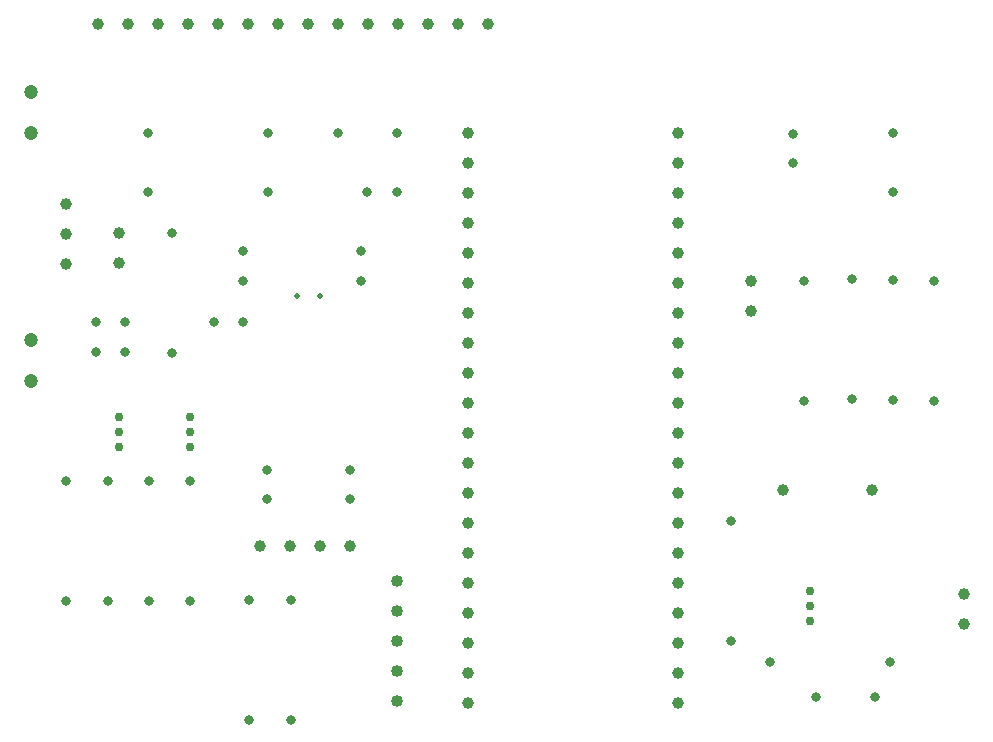
<source format=gbr>
%TF.GenerationSoftware,KiCad,Pcbnew,9.0.3*%
%TF.CreationDate,2025-08-11T18:10:52+02:00*%
%TF.ProjectId,pico-radio-5,7069636f-2d72-4616-9469-6f2d352e6b69,rev?*%
%TF.SameCoordinates,Original*%
%TF.FileFunction,Plated,1,2,PTH,Drill*%
%TF.FilePolarity,Positive*%
%FSLAX46Y46*%
G04 Gerber Fmt 4.6, Leading zero omitted, Abs format (unit mm)*
G04 Created by KiCad (PCBNEW 9.0.3) date 2025-08-11 18:10:52*
%MOMM*%
%LPD*%
G01*
G04 APERTURE LIST*
%TA.AperFunction,ComponentDrill*%
%ADD10C,0.500000*%
%TD*%
%TA.AperFunction,ComponentDrill*%
%ADD11C,0.750000*%
%TD*%
%TA.AperFunction,ComponentDrill*%
%ADD12C,0.800000*%
%TD*%
%TA.AperFunction,ComponentDrill*%
%ADD13C,1.000000*%
%TD*%
%TA.AperFunction,ComponentDrill*%
%ADD14C,1.016000*%
%TD*%
%TA.AperFunction,ComponentDrill*%
%ADD15C,1.200000*%
%TD*%
G04 APERTURE END LIST*
D10*
%TO.C,Y1*%
X57550000Y-67255000D03*
X59450000Y-67255000D03*
D11*
%TO.C,Q1*%
X42500000Y-77500000D03*
X42500000Y-78770000D03*
X42500000Y-80040000D03*
%TO.C,Q2*%
X48500000Y-77500000D03*
X48500000Y-78770000D03*
X48500000Y-80040000D03*
%TO.C,Q3*%
X101000000Y-92230000D03*
X101000000Y-93500000D03*
X101000000Y-94770000D03*
D12*
%TO.C,R7*%
X38000000Y-83000000D03*
X38000000Y-93160000D03*
%TO.C,C11*%
X40500000Y-69500000D03*
%TO.C,C10*%
X40500000Y-72000000D03*
%TO.C,R9*%
X41500000Y-83000000D03*
X41500000Y-93160000D03*
%TO.C,C11*%
X43000000Y-69500000D03*
%TO.C,C10*%
X43000000Y-72000000D03*
%TO.C,L1*%
X44920000Y-53500000D03*
%TO.C,L3*%
X44920000Y-58500000D03*
%TO.C,R8*%
X45000000Y-83000000D03*
X45000000Y-93160000D03*
%TO.C,L2*%
X47000000Y-61920000D03*
X47000000Y-72080000D03*
%TO.C,R10*%
X48500000Y-83000000D03*
X48500000Y-93160000D03*
%TO.C,C12*%
X50500000Y-69500000D03*
%TO.C,C1*%
X53000000Y-63500000D03*
X53000000Y-66000000D03*
%TO.C,C12*%
X53000000Y-69500000D03*
%TO.C,R3*%
X53500000Y-93000000D03*
X53500000Y-103160000D03*
%TO.C,C5*%
X55000000Y-82000000D03*
X55000000Y-84500000D03*
%TO.C,L1*%
X55080000Y-53500000D03*
%TO.C,L3*%
X55080000Y-58500000D03*
%TO.C,R4*%
X57000000Y-93000000D03*
X57000000Y-103160000D03*
%TO.C,C9*%
X61000000Y-53500000D03*
%TO.C,C4*%
X62000000Y-82000000D03*
X62000000Y-84500000D03*
%TO.C,C2*%
X63000000Y-63500000D03*
X63000000Y-66000000D03*
%TO.C,C8*%
X63500000Y-58500000D03*
%TO.C,C9*%
X66000000Y-53500000D03*
%TO.C,C8*%
X66000000Y-58500000D03*
%TO.C,R11*%
X94250000Y-86340000D03*
X94250000Y-96500000D03*
%TO.C,JP2*%
X97590000Y-98250000D03*
%TO.C,C7*%
X99500000Y-53544888D03*
X99500000Y-56044888D03*
%TO.C,R6*%
X100500000Y-66000000D03*
X100500000Y-76160000D03*
%TO.C,C3*%
X101500000Y-101250000D03*
%TO.C,R5*%
X104500000Y-65840000D03*
X104500000Y-76000000D03*
%TO.C,C3*%
X106500000Y-101250000D03*
%TO.C,JP2*%
X107750000Y-98250000D03*
%TO.C,C6*%
X108000000Y-53500000D03*
X108000000Y-58500000D03*
%TO.C,R2*%
X108000000Y-65920000D03*
X108000000Y-76080000D03*
%TO.C,R1*%
X111500000Y-66000000D03*
X111500000Y-76160000D03*
D13*
%TO.C,J2*%
X38000000Y-59500000D03*
X38000000Y-62040000D03*
X38000000Y-64580000D03*
%TO.C,U2*%
X40730000Y-44250000D03*
%TO.C,L4*%
X42500000Y-62000000D03*
X42500000Y-64540000D03*
%TO.C,U2*%
X43270000Y-44250000D03*
X45810000Y-44250000D03*
X48350000Y-44250000D03*
X50890000Y-44250000D03*
X53430000Y-44250000D03*
%TO.C,J1*%
X54380000Y-88500000D03*
%TO.C,U2*%
X55970000Y-44250000D03*
%TO.C,J1*%
X56920000Y-88500000D03*
%TO.C,U2*%
X58510000Y-44250000D03*
%TO.C,J1*%
X59460000Y-88500000D03*
%TO.C,U2*%
X61050000Y-44250000D03*
%TO.C,J1*%
X62000000Y-88500000D03*
%TO.C,U2*%
X63590000Y-44250000D03*
X66130000Y-44250000D03*
X68670000Y-44250000D03*
X71210000Y-44250000D03*
%TO.C,A1*%
X72000000Y-53500000D03*
X72000000Y-56040000D03*
X72000000Y-58580000D03*
X72000000Y-61120000D03*
X72000000Y-63660000D03*
X72000000Y-66200000D03*
X72000000Y-68740000D03*
X72000000Y-71280000D03*
X72000000Y-73820000D03*
X72000000Y-76360000D03*
X72000000Y-78900000D03*
X72000000Y-81440000D03*
X72000000Y-83980000D03*
X72000000Y-86520000D03*
X72000000Y-89060000D03*
X72000000Y-91600000D03*
X72000000Y-94140000D03*
X72000000Y-96680000D03*
X72000000Y-99220000D03*
X72000000Y-101760000D03*
%TO.C,U2*%
X73750000Y-44250000D03*
%TO.C,A1*%
X89780000Y-53500000D03*
X89780000Y-56040000D03*
X89780000Y-58580000D03*
X89780000Y-61120000D03*
X89780000Y-63660000D03*
X89780000Y-66200000D03*
X89780000Y-68740000D03*
X89780000Y-71280000D03*
X89780000Y-73820000D03*
X89780000Y-76360000D03*
X89780000Y-78900000D03*
X89780000Y-81440000D03*
X89780000Y-83980000D03*
X89780000Y-86520000D03*
X89780000Y-89060000D03*
X89780000Y-91600000D03*
X89780000Y-94140000D03*
X89780000Y-96680000D03*
X89780000Y-99220000D03*
X89780000Y-101760000D03*
%TO.C,SW1*%
X96000000Y-66000000D03*
X96000000Y-68540000D03*
%TO.C,BZ1*%
X98650000Y-83750000D03*
X106250000Y-83750000D03*
%TO.C,J5*%
X114000000Y-92500000D03*
X114000000Y-95040000D03*
D14*
%TO.C,U3*%
X66000000Y-91460000D03*
X66000000Y-94000000D03*
X66000000Y-96540000D03*
X66000000Y-99080000D03*
X66000000Y-101620000D03*
D15*
%TO.C,J3*%
X35000000Y-50000000D03*
X35000000Y-53500000D03*
%TO.C,J4*%
X35000000Y-71000000D03*
X35000000Y-74500000D03*
M02*

</source>
